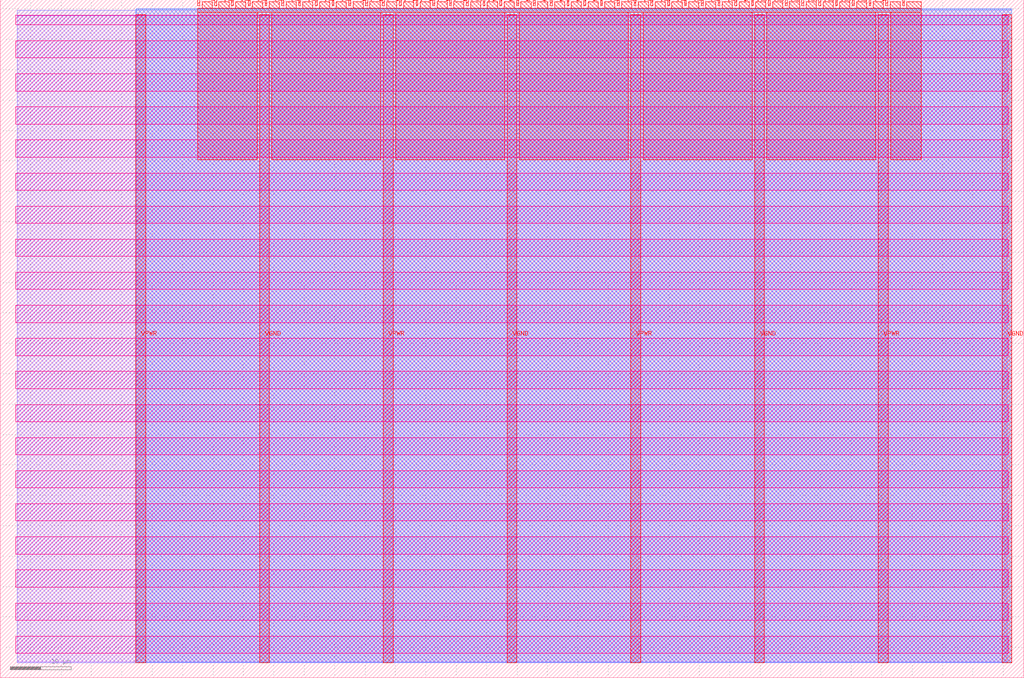
<source format=lef>
VERSION 5.7 ;
  NOWIREEXTENSIONATPIN ON ;
  DIVIDERCHAR "/" ;
  BUSBITCHARS "[]" ;
MACRO tt_um_rjmorgan11_calculator_chip_dup
  CLASS BLOCK ;
  FOREIGN tt_um_rjmorgan11_calculator_chip_dup ;
  ORIGIN 0.000 0.000 ;
  SIZE 168.360 BY 111.520 ;
  PIN VGND
    DIRECTION INOUT ;
    USE GROUND ;
    PORT
      LAYER met4 ;
        RECT 42.670 2.480 44.270 109.040 ;
    END
    PORT
      LAYER met4 ;
        RECT 83.380 2.480 84.980 109.040 ;
    END
    PORT
      LAYER met4 ;
        RECT 124.090 2.480 125.690 109.040 ;
    END
    PORT
      LAYER met4 ;
        RECT 164.800 2.480 166.400 109.040 ;
    END
  END VGND
  PIN VPWR
    DIRECTION INOUT ;
    USE POWER ;
    PORT
      LAYER met4 ;
        RECT 22.315 2.480 23.915 109.040 ;
    END
    PORT
      LAYER met4 ;
        RECT 63.025 2.480 64.625 109.040 ;
    END
    PORT
      LAYER met4 ;
        RECT 103.735 2.480 105.335 109.040 ;
    END
    PORT
      LAYER met4 ;
        RECT 144.445 2.480 146.045 109.040 ;
    END
  END VPWR
  PIN clk
    DIRECTION INPUT ;
    USE SIGNAL ;
    ANTENNAGATEAREA 0.852000 ;
    PORT
      LAYER met4 ;
        RECT 145.670 110.520 145.970 111.520 ;
    END
  END clk
  PIN ena
    DIRECTION INPUT ;
    USE SIGNAL ;
    ANTENNAGATEAREA 0.213000 ;
    PORT
      LAYER met4 ;
        RECT 148.430 110.520 148.730 111.520 ;
    END
  END ena
  PIN rst_n
    DIRECTION INPUT ;
    USE SIGNAL ;
    ANTENNAGATEAREA 0.213000 ;
    PORT
      LAYER met4 ;
        RECT 142.910 110.520 143.210 111.520 ;
    END
  END rst_n
  PIN ui_in[0]
    DIRECTION INPUT ;
    USE SIGNAL ;
    ANTENNAGATEAREA 0.213000 ;
    PORT
      LAYER met4 ;
        RECT 140.150 110.520 140.450 111.520 ;
    END
  END ui_in[0]
  PIN ui_in[1]
    DIRECTION INPUT ;
    USE SIGNAL ;
    ANTENNAGATEAREA 0.213000 ;
    PORT
      LAYER met4 ;
        RECT 137.390 110.520 137.690 111.520 ;
    END
  END ui_in[1]
  PIN ui_in[2]
    DIRECTION INPUT ;
    USE SIGNAL ;
    ANTENNAGATEAREA 0.213000 ;
    PORT
      LAYER met4 ;
        RECT 134.630 110.520 134.930 111.520 ;
    END
  END ui_in[2]
  PIN ui_in[3]
    DIRECTION INPUT ;
    USE SIGNAL ;
    ANTENNAGATEAREA 0.213000 ;
    PORT
      LAYER met4 ;
        RECT 131.870 110.520 132.170 111.520 ;
    END
  END ui_in[3]
  PIN ui_in[4]
    DIRECTION INPUT ;
    USE SIGNAL ;
    ANTENNAGATEAREA 0.126000 ;
    PORT
      LAYER met4 ;
        RECT 129.110 110.520 129.410 111.520 ;
    END
  END ui_in[4]
  PIN ui_in[5]
    DIRECTION INPUT ;
    USE SIGNAL ;
    ANTENNAGATEAREA 0.213000 ;
    PORT
      LAYER met4 ;
        RECT 126.350 110.520 126.650 111.520 ;
    END
  END ui_in[5]
  PIN ui_in[6]
    DIRECTION INPUT ;
    USE SIGNAL ;
    ANTENNAGATEAREA 0.213000 ;
    PORT
      LAYER met4 ;
        RECT 123.590 110.520 123.890 111.520 ;
    END
  END ui_in[6]
  PIN ui_in[7]
    DIRECTION INPUT ;
    USE SIGNAL ;
    ANTENNAGATEAREA 0.196500 ;
    PORT
      LAYER met4 ;
        RECT 120.830 110.520 121.130 111.520 ;
    END
  END ui_in[7]
  PIN uio_in[0]
    DIRECTION INPUT ;
    USE SIGNAL ;
    ANTENNAGATEAREA 0.196500 ;
    PORT
      LAYER met4 ;
        RECT 118.070 110.520 118.370 111.520 ;
    END
  END uio_in[0]
  PIN uio_in[1]
    DIRECTION INPUT ;
    USE SIGNAL ;
    ANTENNAGATEAREA 0.196500 ;
    PORT
      LAYER met4 ;
        RECT 115.310 110.520 115.610 111.520 ;
    END
  END uio_in[1]
  PIN uio_in[2]
    DIRECTION INPUT ;
    USE SIGNAL ;
    ANTENNAGATEAREA 0.213000 ;
    PORT
      LAYER met4 ;
        RECT 112.550 110.520 112.850 111.520 ;
    END
  END uio_in[2]
  PIN uio_in[3]
    DIRECTION INPUT ;
    USE SIGNAL ;
    ANTENNAGATEAREA 0.213000 ;
    PORT
      LAYER met4 ;
        RECT 109.790 110.520 110.090 111.520 ;
    END
  END uio_in[3]
  PIN uio_in[4]
    DIRECTION INPUT ;
    USE SIGNAL ;
    ANTENNAGATEAREA 0.159000 ;
    PORT
      LAYER met4 ;
        RECT 107.030 110.520 107.330 111.520 ;
    END
  END uio_in[4]
  PIN uio_in[5]
    DIRECTION INPUT ;
    USE SIGNAL ;
    PORT
      LAYER met4 ;
        RECT 104.270 110.520 104.570 111.520 ;
    END
  END uio_in[5]
  PIN uio_in[6]
    DIRECTION INPUT ;
    USE SIGNAL ;
    PORT
      LAYER met4 ;
        RECT 101.510 110.520 101.810 111.520 ;
    END
  END uio_in[6]
  PIN uio_in[7]
    DIRECTION INPUT ;
    USE SIGNAL ;
    PORT
      LAYER met4 ;
        RECT 98.750 110.520 99.050 111.520 ;
    END
  END uio_in[7]
  PIN uio_oe[0]
    DIRECTION OUTPUT TRISTATE ;
    USE SIGNAL ;
    PORT
      LAYER met4 ;
        RECT 51.830 110.520 52.130 111.520 ;
    END
  END uio_oe[0]
  PIN uio_oe[1]
    DIRECTION OUTPUT TRISTATE ;
    USE SIGNAL ;
    PORT
      LAYER met4 ;
        RECT 49.070 110.520 49.370 111.520 ;
    END
  END uio_oe[1]
  PIN uio_oe[2]
    DIRECTION OUTPUT TRISTATE ;
    USE SIGNAL ;
    PORT
      LAYER met4 ;
        RECT 46.310 110.520 46.610 111.520 ;
    END
  END uio_oe[2]
  PIN uio_oe[3]
    DIRECTION OUTPUT TRISTATE ;
    USE SIGNAL ;
    PORT
      LAYER met4 ;
        RECT 43.550 110.520 43.850 111.520 ;
    END
  END uio_oe[3]
  PIN uio_oe[4]
    DIRECTION OUTPUT TRISTATE ;
    USE SIGNAL ;
    PORT
      LAYER met4 ;
        RECT 40.790 110.520 41.090 111.520 ;
    END
  END uio_oe[4]
  PIN uio_oe[5]
    DIRECTION OUTPUT TRISTATE ;
    USE SIGNAL ;
    PORT
      LAYER met4 ;
        RECT 38.030 110.520 38.330 111.520 ;
    END
  END uio_oe[5]
  PIN uio_oe[6]
    DIRECTION OUTPUT TRISTATE ;
    USE SIGNAL ;
    PORT
      LAYER met4 ;
        RECT 35.270 110.520 35.570 111.520 ;
    END
  END uio_oe[6]
  PIN uio_oe[7]
    DIRECTION OUTPUT TRISTATE ;
    USE SIGNAL ;
    PORT
      LAYER met4 ;
        RECT 32.510 110.520 32.810 111.520 ;
    END
  END uio_oe[7]
  PIN uio_out[0]
    DIRECTION OUTPUT TRISTATE ;
    USE SIGNAL ;
    PORT
      LAYER met4 ;
        RECT 73.910 110.520 74.210 111.520 ;
    END
  END uio_out[0]
  PIN uio_out[1]
    DIRECTION OUTPUT TRISTATE ;
    USE SIGNAL ;
    PORT
      LAYER met4 ;
        RECT 71.150 110.520 71.450 111.520 ;
    END
  END uio_out[1]
  PIN uio_out[2]
    DIRECTION OUTPUT TRISTATE ;
    USE SIGNAL ;
    PORT
      LAYER met4 ;
        RECT 68.390 110.520 68.690 111.520 ;
    END
  END uio_out[2]
  PIN uio_out[3]
    DIRECTION OUTPUT TRISTATE ;
    USE SIGNAL ;
    PORT
      LAYER met4 ;
        RECT 65.630 110.520 65.930 111.520 ;
    END
  END uio_out[3]
  PIN uio_out[4]
    DIRECTION OUTPUT TRISTATE ;
    USE SIGNAL ;
    PORT
      LAYER met4 ;
        RECT 62.870 110.520 63.170 111.520 ;
    END
  END uio_out[4]
  PIN uio_out[5]
    DIRECTION OUTPUT TRISTATE ;
    USE SIGNAL ;
    ANTENNADIFFAREA 0.445500 ;
    PORT
      LAYER met4 ;
        RECT 60.110 110.520 60.410 111.520 ;
    END
  END uio_out[5]
  PIN uio_out[6]
    DIRECTION OUTPUT TRISTATE ;
    USE SIGNAL ;
    ANTENNADIFFAREA 0.445500 ;
    PORT
      LAYER met4 ;
        RECT 57.350 110.520 57.650 111.520 ;
    END
  END uio_out[6]
  PIN uio_out[7]
    DIRECTION OUTPUT TRISTATE ;
    USE SIGNAL ;
    ANTENNADIFFAREA 0.795200 ;
    PORT
      LAYER met4 ;
        RECT 54.590 110.520 54.890 111.520 ;
    END
  END uio_out[7]
  PIN uo_out[0]
    DIRECTION OUTPUT TRISTATE ;
    USE SIGNAL ;
    ANTENNADIFFAREA 0.795200 ;
    PORT
      LAYER met4 ;
        RECT 95.990 110.520 96.290 111.520 ;
    END
  END uo_out[0]
  PIN uo_out[1]
    DIRECTION OUTPUT TRISTATE ;
    USE SIGNAL ;
    ANTENNADIFFAREA 0.445500 ;
    PORT
      LAYER met4 ;
        RECT 93.230 110.520 93.530 111.520 ;
    END
  END uo_out[1]
  PIN uo_out[2]
    DIRECTION OUTPUT TRISTATE ;
    USE SIGNAL ;
    ANTENNADIFFAREA 0.445500 ;
    PORT
      LAYER met4 ;
        RECT 90.470 110.520 90.770 111.520 ;
    END
  END uo_out[2]
  PIN uo_out[3]
    DIRECTION OUTPUT TRISTATE ;
    USE SIGNAL ;
    ANTENNADIFFAREA 0.445500 ;
    PORT
      LAYER met4 ;
        RECT 87.710 110.520 88.010 111.520 ;
    END
  END uo_out[3]
  PIN uo_out[4]
    DIRECTION OUTPUT TRISTATE ;
    USE SIGNAL ;
    ANTENNADIFFAREA 0.445500 ;
    PORT
      LAYER met4 ;
        RECT 84.950 110.520 85.250 111.520 ;
    END
  END uo_out[4]
  PIN uo_out[5]
    DIRECTION OUTPUT TRISTATE ;
    USE SIGNAL ;
    ANTENNADIFFAREA 0.795200 ;
    PORT
      LAYER met4 ;
        RECT 82.190 110.520 82.490 111.520 ;
    END
  END uo_out[5]
  PIN uo_out[6]
    DIRECTION OUTPUT TRISTATE ;
    USE SIGNAL ;
    ANTENNADIFFAREA 0.445500 ;
    PORT
      LAYER met4 ;
        RECT 79.430 110.520 79.730 111.520 ;
    END
  END uo_out[6]
  PIN uo_out[7]
    DIRECTION OUTPUT TRISTATE ;
    USE SIGNAL ;
    ANTENNADIFFAREA 0.795200 ;
    PORT
      LAYER met4 ;
        RECT 76.670 110.520 76.970 111.520 ;
    END
  END uo_out[7]
  OBS
      LAYER nwell ;
        RECT 2.570 107.385 165.790 108.990 ;
        RECT 2.570 101.945 165.790 104.775 ;
        RECT 2.570 96.505 165.790 99.335 ;
        RECT 2.570 91.065 165.790 93.895 ;
        RECT 2.570 85.625 165.790 88.455 ;
        RECT 2.570 80.185 165.790 83.015 ;
        RECT 2.570 74.745 165.790 77.575 ;
        RECT 2.570 69.305 165.790 72.135 ;
        RECT 2.570 63.865 165.790 66.695 ;
        RECT 2.570 58.425 165.790 61.255 ;
        RECT 2.570 52.985 165.790 55.815 ;
        RECT 2.570 47.545 165.790 50.375 ;
        RECT 2.570 42.105 165.790 44.935 ;
        RECT 2.570 36.665 165.790 39.495 ;
        RECT 2.570 31.225 165.790 34.055 ;
        RECT 2.570 25.785 165.790 28.615 ;
        RECT 2.570 20.345 165.790 23.175 ;
        RECT 2.570 14.905 165.790 17.735 ;
        RECT 2.570 9.465 165.790 12.295 ;
        RECT 2.570 4.025 165.790 6.855 ;
      LAYER li1 ;
        RECT 2.760 2.635 165.600 108.885 ;
      LAYER met1 ;
        RECT 2.760 2.480 166.400 109.780 ;
      LAYER met2 ;
        RECT 22.345 2.535 166.370 110.005 ;
      LAYER met3 ;
        RECT 22.325 2.555 166.390 109.985 ;
      LAYER met4 ;
        RECT 33.210 110.120 34.870 111.170 ;
        RECT 35.970 110.120 37.630 111.170 ;
        RECT 38.730 110.120 40.390 111.170 ;
        RECT 41.490 110.120 43.150 111.170 ;
        RECT 44.250 110.120 45.910 111.170 ;
        RECT 47.010 110.120 48.670 111.170 ;
        RECT 49.770 110.120 51.430 111.170 ;
        RECT 52.530 110.120 54.190 111.170 ;
        RECT 55.290 110.120 56.950 111.170 ;
        RECT 58.050 110.120 59.710 111.170 ;
        RECT 60.810 110.120 62.470 111.170 ;
        RECT 63.570 110.120 65.230 111.170 ;
        RECT 66.330 110.120 67.990 111.170 ;
        RECT 69.090 110.120 70.750 111.170 ;
        RECT 71.850 110.120 73.510 111.170 ;
        RECT 74.610 110.120 76.270 111.170 ;
        RECT 77.370 110.120 79.030 111.170 ;
        RECT 80.130 110.120 81.790 111.170 ;
        RECT 82.890 110.120 84.550 111.170 ;
        RECT 85.650 110.120 87.310 111.170 ;
        RECT 88.410 110.120 90.070 111.170 ;
        RECT 91.170 110.120 92.830 111.170 ;
        RECT 93.930 110.120 95.590 111.170 ;
        RECT 96.690 110.120 98.350 111.170 ;
        RECT 99.450 110.120 101.110 111.170 ;
        RECT 102.210 110.120 103.870 111.170 ;
        RECT 104.970 110.120 106.630 111.170 ;
        RECT 107.730 110.120 109.390 111.170 ;
        RECT 110.490 110.120 112.150 111.170 ;
        RECT 113.250 110.120 114.910 111.170 ;
        RECT 116.010 110.120 117.670 111.170 ;
        RECT 118.770 110.120 120.430 111.170 ;
        RECT 121.530 110.120 123.190 111.170 ;
        RECT 124.290 110.120 125.950 111.170 ;
        RECT 127.050 110.120 128.710 111.170 ;
        RECT 129.810 110.120 131.470 111.170 ;
        RECT 132.570 110.120 134.230 111.170 ;
        RECT 135.330 110.120 136.990 111.170 ;
        RECT 138.090 110.120 139.750 111.170 ;
        RECT 140.850 110.120 142.510 111.170 ;
        RECT 143.610 110.120 145.270 111.170 ;
        RECT 146.370 110.120 148.030 111.170 ;
        RECT 149.130 110.120 151.505 111.170 ;
        RECT 32.495 109.440 151.505 110.120 ;
        RECT 32.495 85.175 42.270 109.440 ;
        RECT 44.670 85.175 62.625 109.440 ;
        RECT 65.025 85.175 82.980 109.440 ;
        RECT 85.380 85.175 103.335 109.440 ;
        RECT 105.735 85.175 123.690 109.440 ;
        RECT 126.090 85.175 144.045 109.440 ;
        RECT 146.445 85.175 151.505 109.440 ;
  END
END tt_um_rjmorgan11_calculator_chip_dup
END LIBRARY


</source>
